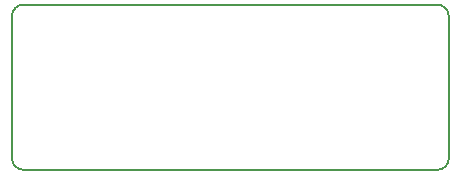
<source format=gm1>
G04 #@! TF.FileFunction,Profile,NP*
%FSLAX46Y46*%
G04 Gerber Fmt 4.6, Leading zero omitted, Abs format (unit mm)*
G04 Created by KiCad (PCBNEW 0.201512311516+6410~40~ubuntu14.04.1-stable) date Sun 03 Jan 2016 07:22:07 GMT*
%MOMM*%
G01*
G04 APERTURE LIST*
%ADD10C,0.100000*%
%ADD11C,0.150000*%
G04 APERTURE END LIST*
D10*
D11*
X101000000Y-93000000D02*
G75*
G03X100000000Y-94000000I0J-1000000D01*
G01*
X100000000Y-106000000D02*
G75*
G03X101000000Y-107000000I1000000J0D01*
G01*
X136000000Y-107000000D02*
G75*
G03X137000000Y-106000000I0J1000000D01*
G01*
X137000000Y-94000000D02*
G75*
G03X136000000Y-93000000I-1000000J0D01*
G01*
X100000000Y-106000000D02*
X100000000Y-94000000D01*
X136000000Y-107000000D02*
X101000000Y-107000000D01*
X137000000Y-94000000D02*
X137000000Y-106000000D01*
X101000000Y-93000000D02*
X136000000Y-93000000D01*
M02*

</source>
